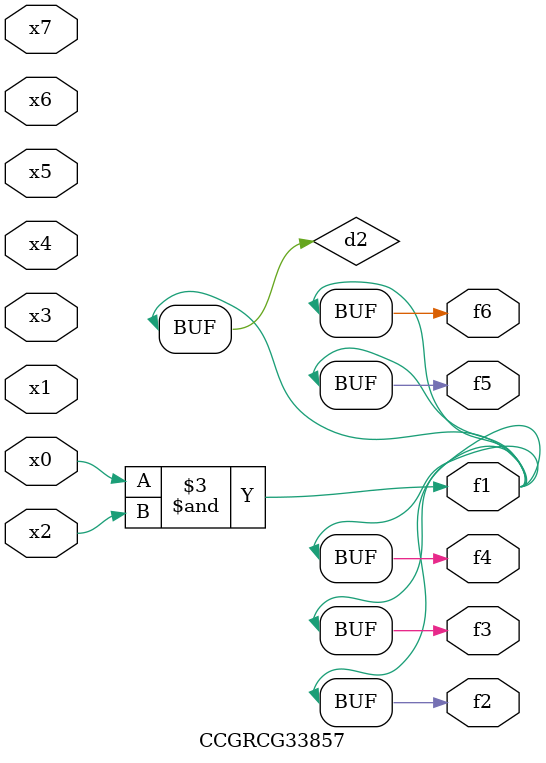
<source format=v>
module CCGRCG33857(
	input x0, x1, x2, x3, x4, x5, x6, x7,
	output f1, f2, f3, f4, f5, f6
);

	wire d1, d2;

	nor (d1, x3, x6);
	and (d2, x0, x2);
	assign f1 = d2;
	assign f2 = d2;
	assign f3 = d2;
	assign f4 = d2;
	assign f5 = d2;
	assign f6 = d2;
endmodule

</source>
